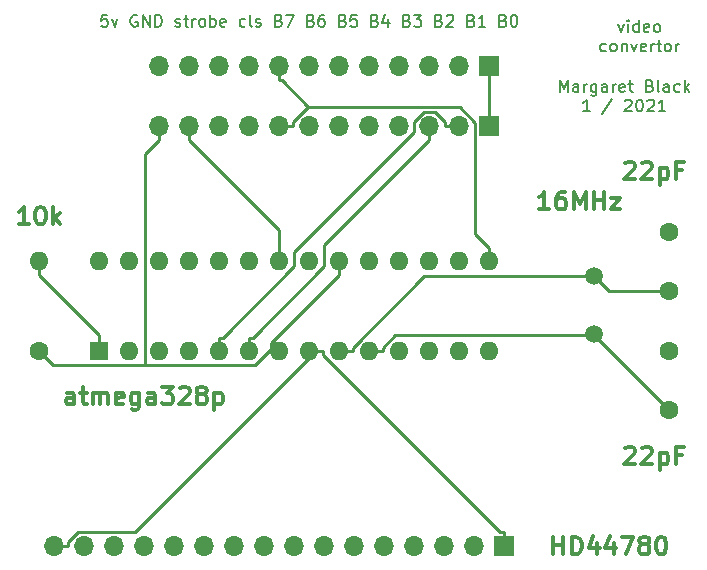
<source format=gbr>
%TF.GenerationSoftware,KiCad,Pcbnew,5.1.6-c6e7f7d~87~ubuntu16.04.1*%
%TF.CreationDate,2022-03-08T12:50:46-05:00*%
%TF.ProjectId,arduinovideo,61726475-696e-46f7-9669-64656f2e6b69,rev?*%
%TF.SameCoordinates,Original*%
%TF.FileFunction,Copper,L1,Top*%
%TF.FilePolarity,Positive*%
%FSLAX46Y46*%
G04 Gerber Fmt 4.6, Leading zero omitted, Abs format (unit mm)*
G04 Created by KiCad (PCBNEW 5.1.6-c6e7f7d~87~ubuntu16.04.1) date 2022-03-08 12:50:46*
%MOMM*%
%LPD*%
G01*
G04 APERTURE LIST*
%TA.AperFunction,NonConductor*%
%ADD10C,0.150000*%
%TD*%
%TA.AperFunction,NonConductor*%
%ADD11C,0.300000*%
%TD*%
%TA.AperFunction,ComponentPad*%
%ADD12C,1.500000*%
%TD*%
%TA.AperFunction,ComponentPad*%
%ADD13O,1.600000X1.600000*%
%TD*%
%TA.AperFunction,ComponentPad*%
%ADD14R,1.600000X1.600000*%
%TD*%
%TA.AperFunction,ComponentPad*%
%ADD15C,1.600000*%
%TD*%
%TA.AperFunction,ComponentPad*%
%ADD16O,1.700000X1.700000*%
%TD*%
%TA.AperFunction,ComponentPad*%
%ADD17R,1.700000X1.700000*%
%TD*%
%TA.AperFunction,Conductor*%
%ADD18C,0.250000*%
%TD*%
G04 APERTURE END LIST*
D10*
X47887619Y-7247380D02*
X47887619Y-6247380D01*
X48220952Y-6961666D01*
X48554285Y-6247380D01*
X48554285Y-7247380D01*
X49459047Y-7247380D02*
X49459047Y-6723571D01*
X49411428Y-6628333D01*
X49316190Y-6580714D01*
X49125714Y-6580714D01*
X49030476Y-6628333D01*
X49459047Y-7199761D02*
X49363809Y-7247380D01*
X49125714Y-7247380D01*
X49030476Y-7199761D01*
X48982857Y-7104523D01*
X48982857Y-7009285D01*
X49030476Y-6914047D01*
X49125714Y-6866428D01*
X49363809Y-6866428D01*
X49459047Y-6818809D01*
X49935238Y-7247380D02*
X49935238Y-6580714D01*
X49935238Y-6771190D02*
X49982857Y-6675952D01*
X50030476Y-6628333D01*
X50125714Y-6580714D01*
X50220952Y-6580714D01*
X50982857Y-6580714D02*
X50982857Y-7390238D01*
X50935238Y-7485476D01*
X50887619Y-7533095D01*
X50792380Y-7580714D01*
X50649523Y-7580714D01*
X50554285Y-7533095D01*
X50982857Y-7199761D02*
X50887619Y-7247380D01*
X50697142Y-7247380D01*
X50601904Y-7199761D01*
X50554285Y-7152142D01*
X50506666Y-7056904D01*
X50506666Y-6771190D01*
X50554285Y-6675952D01*
X50601904Y-6628333D01*
X50697142Y-6580714D01*
X50887619Y-6580714D01*
X50982857Y-6628333D01*
X51887619Y-7247380D02*
X51887619Y-6723571D01*
X51839999Y-6628333D01*
X51744761Y-6580714D01*
X51554285Y-6580714D01*
X51459047Y-6628333D01*
X51887619Y-7199761D02*
X51792380Y-7247380D01*
X51554285Y-7247380D01*
X51459047Y-7199761D01*
X51411428Y-7104523D01*
X51411428Y-7009285D01*
X51459047Y-6914047D01*
X51554285Y-6866428D01*
X51792380Y-6866428D01*
X51887619Y-6818809D01*
X52363809Y-7247380D02*
X52363809Y-6580714D01*
X52363809Y-6771190D02*
X52411428Y-6675952D01*
X52459047Y-6628333D01*
X52554285Y-6580714D01*
X52649523Y-6580714D01*
X53363809Y-7199761D02*
X53268571Y-7247380D01*
X53078095Y-7247380D01*
X52982857Y-7199761D01*
X52935238Y-7104523D01*
X52935238Y-6723571D01*
X52982857Y-6628333D01*
X53078095Y-6580714D01*
X53268571Y-6580714D01*
X53363809Y-6628333D01*
X53411428Y-6723571D01*
X53411428Y-6818809D01*
X52935238Y-6914047D01*
X53697142Y-6580714D02*
X54078095Y-6580714D01*
X53840000Y-6247380D02*
X53840000Y-7104523D01*
X53887619Y-7199761D01*
X53982857Y-7247380D01*
X54078095Y-7247380D01*
X55506666Y-6723571D02*
X55649523Y-6771190D01*
X55697142Y-6818809D01*
X55744761Y-6914047D01*
X55744761Y-7056904D01*
X55697142Y-7152142D01*
X55649523Y-7199761D01*
X55554285Y-7247380D01*
X55173333Y-7247380D01*
X55173333Y-6247380D01*
X55506666Y-6247380D01*
X55601904Y-6295000D01*
X55649523Y-6342619D01*
X55697142Y-6437857D01*
X55697142Y-6533095D01*
X55649523Y-6628333D01*
X55601904Y-6675952D01*
X55506666Y-6723571D01*
X55173333Y-6723571D01*
X56316190Y-7247380D02*
X56220952Y-7199761D01*
X56173333Y-7104523D01*
X56173333Y-6247380D01*
X57125714Y-7247380D02*
X57125714Y-6723571D01*
X57078095Y-6628333D01*
X56982857Y-6580714D01*
X56792380Y-6580714D01*
X56697142Y-6628333D01*
X57125714Y-7199761D02*
X57030476Y-7247380D01*
X56792380Y-7247380D01*
X56697142Y-7199761D01*
X56649523Y-7104523D01*
X56649523Y-7009285D01*
X56697142Y-6914047D01*
X56792380Y-6866428D01*
X57030476Y-6866428D01*
X57125714Y-6818809D01*
X58030476Y-7199761D02*
X57935238Y-7247380D01*
X57744761Y-7247380D01*
X57649523Y-7199761D01*
X57601904Y-7152142D01*
X57554285Y-7056904D01*
X57554285Y-6771190D01*
X57601904Y-6675952D01*
X57649523Y-6628333D01*
X57744761Y-6580714D01*
X57935238Y-6580714D01*
X58030476Y-6628333D01*
X58459047Y-7247380D02*
X58459047Y-6247380D01*
X58554285Y-6866428D02*
X58840000Y-7247380D01*
X58840000Y-6580714D02*
X58459047Y-6961666D01*
X50435238Y-8897380D02*
X49863809Y-8897380D01*
X50149523Y-8897380D02*
X50149523Y-7897380D01*
X50054285Y-8040238D01*
X49959047Y-8135476D01*
X49863809Y-8183095D01*
X52340000Y-7849761D02*
X51482857Y-9135476D01*
X53387619Y-7992619D02*
X53435238Y-7945000D01*
X53530476Y-7897380D01*
X53768571Y-7897380D01*
X53863809Y-7945000D01*
X53911428Y-7992619D01*
X53959047Y-8087857D01*
X53959047Y-8183095D01*
X53911428Y-8325952D01*
X53340000Y-8897380D01*
X53959047Y-8897380D01*
X54578095Y-7897380D02*
X54673333Y-7897380D01*
X54768571Y-7945000D01*
X54816190Y-7992619D01*
X54863809Y-8087857D01*
X54911428Y-8278333D01*
X54911428Y-8516428D01*
X54863809Y-8706904D01*
X54816190Y-8802142D01*
X54768571Y-8849761D01*
X54673333Y-8897380D01*
X54578095Y-8897380D01*
X54482857Y-8849761D01*
X54435238Y-8802142D01*
X54387619Y-8706904D01*
X54340000Y-8516428D01*
X54340000Y-8278333D01*
X54387619Y-8087857D01*
X54435238Y-7992619D01*
X54482857Y-7945000D01*
X54578095Y-7897380D01*
X55292380Y-7992619D02*
X55340000Y-7945000D01*
X55435238Y-7897380D01*
X55673333Y-7897380D01*
X55768571Y-7945000D01*
X55816190Y-7992619D01*
X55863809Y-8087857D01*
X55863809Y-8183095D01*
X55816190Y-8325952D01*
X55244761Y-8897380D01*
X55863809Y-8897380D01*
X56816190Y-8897380D02*
X56244761Y-8897380D01*
X56530476Y-8897380D02*
X56530476Y-7897380D01*
X56435238Y-8040238D01*
X56340000Y-8135476D01*
X56244761Y-8183095D01*
X52800476Y-1500714D02*
X53038571Y-2167380D01*
X53276666Y-1500714D01*
X53657619Y-2167380D02*
X53657619Y-1500714D01*
X53657619Y-1167380D02*
X53610000Y-1215000D01*
X53657619Y-1262619D01*
X53705238Y-1215000D01*
X53657619Y-1167380D01*
X53657619Y-1262619D01*
X54562380Y-2167380D02*
X54562380Y-1167380D01*
X54562380Y-2119761D02*
X54467142Y-2167380D01*
X54276666Y-2167380D01*
X54181428Y-2119761D01*
X54133809Y-2072142D01*
X54086190Y-1976904D01*
X54086190Y-1691190D01*
X54133809Y-1595952D01*
X54181428Y-1548333D01*
X54276666Y-1500714D01*
X54467142Y-1500714D01*
X54562380Y-1548333D01*
X55419523Y-2119761D02*
X55324285Y-2167380D01*
X55133809Y-2167380D01*
X55038571Y-2119761D01*
X54990952Y-2024523D01*
X54990952Y-1643571D01*
X55038571Y-1548333D01*
X55133809Y-1500714D01*
X55324285Y-1500714D01*
X55419523Y-1548333D01*
X55467142Y-1643571D01*
X55467142Y-1738809D01*
X54990952Y-1834047D01*
X56038571Y-2167380D02*
X55943333Y-2119761D01*
X55895714Y-2072142D01*
X55848095Y-1976904D01*
X55848095Y-1691190D01*
X55895714Y-1595952D01*
X55943333Y-1548333D01*
X56038571Y-1500714D01*
X56181428Y-1500714D01*
X56276666Y-1548333D01*
X56324285Y-1595952D01*
X56371904Y-1691190D01*
X56371904Y-1976904D01*
X56324285Y-2072142D01*
X56276666Y-2119761D01*
X56181428Y-2167380D01*
X56038571Y-2167380D01*
X51776666Y-3769761D02*
X51681428Y-3817380D01*
X51490952Y-3817380D01*
X51395714Y-3769761D01*
X51348095Y-3722142D01*
X51300476Y-3626904D01*
X51300476Y-3341190D01*
X51348095Y-3245952D01*
X51395714Y-3198333D01*
X51490952Y-3150714D01*
X51681428Y-3150714D01*
X51776666Y-3198333D01*
X52348095Y-3817380D02*
X52252857Y-3769761D01*
X52205238Y-3722142D01*
X52157619Y-3626904D01*
X52157619Y-3341190D01*
X52205238Y-3245952D01*
X52252857Y-3198333D01*
X52348095Y-3150714D01*
X52490952Y-3150714D01*
X52586190Y-3198333D01*
X52633809Y-3245952D01*
X52681428Y-3341190D01*
X52681428Y-3626904D01*
X52633809Y-3722142D01*
X52586190Y-3769761D01*
X52490952Y-3817380D01*
X52348095Y-3817380D01*
X53110000Y-3150714D02*
X53110000Y-3817380D01*
X53110000Y-3245952D02*
X53157619Y-3198333D01*
X53252857Y-3150714D01*
X53395714Y-3150714D01*
X53490952Y-3198333D01*
X53538571Y-3293571D01*
X53538571Y-3817380D01*
X53919523Y-3150714D02*
X54157619Y-3817380D01*
X54395714Y-3150714D01*
X55157619Y-3769761D02*
X55062380Y-3817380D01*
X54871904Y-3817380D01*
X54776666Y-3769761D01*
X54729047Y-3674523D01*
X54729047Y-3293571D01*
X54776666Y-3198333D01*
X54871904Y-3150714D01*
X55062380Y-3150714D01*
X55157619Y-3198333D01*
X55205238Y-3293571D01*
X55205238Y-3388809D01*
X54729047Y-3484047D01*
X55633809Y-3817380D02*
X55633809Y-3150714D01*
X55633809Y-3341190D02*
X55681428Y-3245952D01*
X55729047Y-3198333D01*
X55824285Y-3150714D01*
X55919523Y-3150714D01*
X56110000Y-3150714D02*
X56490952Y-3150714D01*
X56252857Y-2817380D02*
X56252857Y-3674523D01*
X56300476Y-3769761D01*
X56395714Y-3817380D01*
X56490952Y-3817380D01*
X56967142Y-3817380D02*
X56871904Y-3769761D01*
X56824285Y-3722142D01*
X56776666Y-3626904D01*
X56776666Y-3341190D01*
X56824285Y-3245952D01*
X56871904Y-3198333D01*
X56967142Y-3150714D01*
X57110000Y-3150714D01*
X57205238Y-3198333D01*
X57252857Y-3245952D01*
X57300476Y-3341190D01*
X57300476Y-3626904D01*
X57252857Y-3722142D01*
X57205238Y-3769761D01*
X57110000Y-3817380D01*
X56967142Y-3817380D01*
X57729047Y-3817380D02*
X57729047Y-3150714D01*
X57729047Y-3341190D02*
X57776666Y-3245952D01*
X57824285Y-3198333D01*
X57919523Y-3150714D01*
X58014761Y-3150714D01*
D11*
X53415714Y-37421428D02*
X53487142Y-37350000D01*
X53630000Y-37278571D01*
X53987142Y-37278571D01*
X54130000Y-37350000D01*
X54201428Y-37421428D01*
X54272857Y-37564285D01*
X54272857Y-37707142D01*
X54201428Y-37921428D01*
X53344285Y-38778571D01*
X54272857Y-38778571D01*
X54844285Y-37421428D02*
X54915714Y-37350000D01*
X55058571Y-37278571D01*
X55415714Y-37278571D01*
X55558571Y-37350000D01*
X55630000Y-37421428D01*
X55701428Y-37564285D01*
X55701428Y-37707142D01*
X55630000Y-37921428D01*
X54772857Y-38778571D01*
X55701428Y-38778571D01*
X56344285Y-37778571D02*
X56344285Y-39278571D01*
X56344285Y-37850000D02*
X56487142Y-37778571D01*
X56772857Y-37778571D01*
X56915714Y-37850000D01*
X56987142Y-37921428D01*
X57058571Y-38064285D01*
X57058571Y-38492857D01*
X56987142Y-38635714D01*
X56915714Y-38707142D01*
X56772857Y-38778571D01*
X56487142Y-38778571D01*
X56344285Y-38707142D01*
X58201428Y-37992857D02*
X57701428Y-37992857D01*
X57701428Y-38778571D02*
X57701428Y-37278571D01*
X58415714Y-37278571D01*
X53415714Y-13291428D02*
X53487142Y-13220000D01*
X53630000Y-13148571D01*
X53987142Y-13148571D01*
X54130000Y-13220000D01*
X54201428Y-13291428D01*
X54272857Y-13434285D01*
X54272857Y-13577142D01*
X54201428Y-13791428D01*
X53344285Y-14648571D01*
X54272857Y-14648571D01*
X54844285Y-13291428D02*
X54915714Y-13220000D01*
X55058571Y-13148571D01*
X55415714Y-13148571D01*
X55558571Y-13220000D01*
X55630000Y-13291428D01*
X55701428Y-13434285D01*
X55701428Y-13577142D01*
X55630000Y-13791428D01*
X54772857Y-14648571D01*
X55701428Y-14648571D01*
X56344285Y-13648571D02*
X56344285Y-15148571D01*
X56344285Y-13720000D02*
X56487142Y-13648571D01*
X56772857Y-13648571D01*
X56915714Y-13720000D01*
X56987142Y-13791428D01*
X57058571Y-13934285D01*
X57058571Y-14362857D01*
X56987142Y-14505714D01*
X56915714Y-14577142D01*
X56772857Y-14648571D01*
X56487142Y-14648571D01*
X56344285Y-14577142D01*
X58201428Y-13862857D02*
X57701428Y-13862857D01*
X57701428Y-14648571D02*
X57701428Y-13148571D01*
X58415714Y-13148571D01*
X46994285Y-17188571D02*
X46137142Y-17188571D01*
X46565714Y-17188571D02*
X46565714Y-15688571D01*
X46422857Y-15902857D01*
X46280000Y-16045714D01*
X46137142Y-16117142D01*
X48280000Y-15688571D02*
X47994285Y-15688571D01*
X47851428Y-15760000D01*
X47780000Y-15831428D01*
X47637142Y-16045714D01*
X47565714Y-16331428D01*
X47565714Y-16902857D01*
X47637142Y-17045714D01*
X47708571Y-17117142D01*
X47851428Y-17188571D01*
X48137142Y-17188571D01*
X48280000Y-17117142D01*
X48351428Y-17045714D01*
X48422857Y-16902857D01*
X48422857Y-16545714D01*
X48351428Y-16402857D01*
X48280000Y-16331428D01*
X48137142Y-16260000D01*
X47851428Y-16260000D01*
X47708571Y-16331428D01*
X47637142Y-16402857D01*
X47565714Y-16545714D01*
X49065714Y-17188571D02*
X49065714Y-15688571D01*
X49565714Y-16760000D01*
X50065714Y-15688571D01*
X50065714Y-17188571D01*
X50780000Y-17188571D02*
X50780000Y-15688571D01*
X50780000Y-16402857D02*
X51637142Y-16402857D01*
X51637142Y-17188571D02*
X51637142Y-15688571D01*
X52208571Y-16188571D02*
X52994285Y-16188571D01*
X52208571Y-17188571D01*
X52994285Y-17188571D01*
X2917142Y-18458571D02*
X2059999Y-18458571D01*
X2488571Y-18458571D02*
X2488571Y-16958571D01*
X2345714Y-17172857D01*
X2202857Y-17315714D01*
X2059999Y-17387142D01*
X3845714Y-16958571D02*
X3988571Y-16958571D01*
X4131428Y-17030000D01*
X4202857Y-17101428D01*
X4274285Y-17244285D01*
X4345714Y-17530000D01*
X4345714Y-17887142D01*
X4274285Y-18172857D01*
X4202857Y-18315714D01*
X4131428Y-18387142D01*
X3988571Y-18458571D01*
X3845714Y-18458571D01*
X3702857Y-18387142D01*
X3631428Y-18315714D01*
X3559999Y-18172857D01*
X3488571Y-17887142D01*
X3488571Y-17530000D01*
X3559999Y-17244285D01*
X3631428Y-17101428D01*
X3702857Y-17030000D01*
X3845714Y-16958571D01*
X4988571Y-18458571D02*
X4988571Y-16958571D01*
X5131428Y-17887142D02*
X5560000Y-18458571D01*
X5560000Y-17458571D02*
X4988571Y-18030000D01*
X6771428Y-33698571D02*
X6771428Y-32912857D01*
X6700000Y-32770000D01*
X6557142Y-32698571D01*
X6271428Y-32698571D01*
X6128571Y-32770000D01*
X6771428Y-33627142D02*
X6628571Y-33698571D01*
X6271428Y-33698571D01*
X6128571Y-33627142D01*
X6057142Y-33484285D01*
X6057142Y-33341428D01*
X6128571Y-33198571D01*
X6271428Y-33127142D01*
X6628571Y-33127142D01*
X6771428Y-33055714D01*
X7271428Y-32698571D02*
X7842857Y-32698571D01*
X7485714Y-32198571D02*
X7485714Y-33484285D01*
X7557142Y-33627142D01*
X7699999Y-33698571D01*
X7842857Y-33698571D01*
X8342857Y-33698571D02*
X8342857Y-32698571D01*
X8342857Y-32841428D02*
X8414285Y-32770000D01*
X8557142Y-32698571D01*
X8771428Y-32698571D01*
X8914285Y-32770000D01*
X8985714Y-32912857D01*
X8985714Y-33698571D01*
X8985714Y-32912857D02*
X9057142Y-32770000D01*
X9200000Y-32698571D01*
X9414285Y-32698571D01*
X9557142Y-32770000D01*
X9628571Y-32912857D01*
X9628571Y-33698571D01*
X10914285Y-33627142D02*
X10771428Y-33698571D01*
X10485714Y-33698571D01*
X10342857Y-33627142D01*
X10271428Y-33484285D01*
X10271428Y-32912857D01*
X10342857Y-32770000D01*
X10485714Y-32698571D01*
X10771428Y-32698571D01*
X10914285Y-32770000D01*
X10985714Y-32912857D01*
X10985714Y-33055714D01*
X10271428Y-33198571D01*
X12271428Y-32698571D02*
X12271428Y-33912857D01*
X12200000Y-34055714D01*
X12128571Y-34127142D01*
X11985714Y-34198571D01*
X11771428Y-34198571D01*
X11628571Y-34127142D01*
X12271428Y-33627142D02*
X12128571Y-33698571D01*
X11842857Y-33698571D01*
X11700000Y-33627142D01*
X11628571Y-33555714D01*
X11557142Y-33412857D01*
X11557142Y-32984285D01*
X11628571Y-32841428D01*
X11700000Y-32770000D01*
X11842857Y-32698571D01*
X12128571Y-32698571D01*
X12271428Y-32770000D01*
X13628571Y-33698571D02*
X13628571Y-32912857D01*
X13557142Y-32770000D01*
X13414285Y-32698571D01*
X13128571Y-32698571D01*
X12985714Y-32770000D01*
X13628571Y-33627142D02*
X13485714Y-33698571D01*
X13128571Y-33698571D01*
X12985714Y-33627142D01*
X12914285Y-33484285D01*
X12914285Y-33341428D01*
X12985714Y-33198571D01*
X13128571Y-33127142D01*
X13485714Y-33127142D01*
X13628571Y-33055714D01*
X14200000Y-32198571D02*
X15128571Y-32198571D01*
X14628571Y-32770000D01*
X14842857Y-32770000D01*
X14985714Y-32841428D01*
X15057142Y-32912857D01*
X15128571Y-33055714D01*
X15128571Y-33412857D01*
X15057142Y-33555714D01*
X14985714Y-33627142D01*
X14842857Y-33698571D01*
X14414285Y-33698571D01*
X14271428Y-33627142D01*
X14200000Y-33555714D01*
X15700000Y-32341428D02*
X15771428Y-32270000D01*
X15914285Y-32198571D01*
X16271428Y-32198571D01*
X16414285Y-32270000D01*
X16485714Y-32341428D01*
X16557142Y-32484285D01*
X16557142Y-32627142D01*
X16485714Y-32841428D01*
X15628571Y-33698571D01*
X16557142Y-33698571D01*
X17414285Y-32841428D02*
X17271428Y-32770000D01*
X17200000Y-32698571D01*
X17128571Y-32555714D01*
X17128571Y-32484285D01*
X17200000Y-32341428D01*
X17271428Y-32270000D01*
X17414285Y-32198571D01*
X17700000Y-32198571D01*
X17842857Y-32270000D01*
X17914285Y-32341428D01*
X17985714Y-32484285D01*
X17985714Y-32555714D01*
X17914285Y-32698571D01*
X17842857Y-32770000D01*
X17700000Y-32841428D01*
X17414285Y-32841428D01*
X17271428Y-32912857D01*
X17200000Y-32984285D01*
X17128571Y-33127142D01*
X17128571Y-33412857D01*
X17200000Y-33555714D01*
X17271428Y-33627142D01*
X17414285Y-33698571D01*
X17700000Y-33698571D01*
X17842857Y-33627142D01*
X17914285Y-33555714D01*
X17985714Y-33412857D01*
X17985714Y-33127142D01*
X17914285Y-32984285D01*
X17842857Y-32912857D01*
X17700000Y-32841428D01*
X18628571Y-32698571D02*
X18628571Y-34198571D01*
X18628571Y-32770000D02*
X18771428Y-32698571D01*
X19057142Y-32698571D01*
X19200000Y-32770000D01*
X19271428Y-32841428D01*
X19342857Y-32984285D01*
X19342857Y-33412857D01*
X19271428Y-33555714D01*
X19200000Y-33627142D01*
X19057142Y-33698571D01*
X18771428Y-33698571D01*
X18628571Y-33627142D01*
X47320000Y-46398571D02*
X47320000Y-44898571D01*
X47320000Y-45612857D02*
X48177142Y-45612857D01*
X48177142Y-46398571D02*
X48177142Y-44898571D01*
X48891428Y-46398571D02*
X48891428Y-44898571D01*
X49248571Y-44898571D01*
X49462857Y-44970000D01*
X49605714Y-45112857D01*
X49677142Y-45255714D01*
X49748571Y-45541428D01*
X49748571Y-45755714D01*
X49677142Y-46041428D01*
X49605714Y-46184285D01*
X49462857Y-46327142D01*
X49248571Y-46398571D01*
X48891428Y-46398571D01*
X51034285Y-45398571D02*
X51034285Y-46398571D01*
X50677142Y-44827142D02*
X50320000Y-45898571D01*
X51248571Y-45898571D01*
X52462857Y-45398571D02*
X52462857Y-46398571D01*
X52105714Y-44827142D02*
X51748571Y-45898571D01*
X52677142Y-45898571D01*
X53105714Y-44898571D02*
X54105714Y-44898571D01*
X53462857Y-46398571D01*
X54891428Y-45541428D02*
X54748571Y-45470000D01*
X54677142Y-45398571D01*
X54605714Y-45255714D01*
X54605714Y-45184285D01*
X54677142Y-45041428D01*
X54748571Y-44970000D01*
X54891428Y-44898571D01*
X55177142Y-44898571D01*
X55320000Y-44970000D01*
X55391428Y-45041428D01*
X55462857Y-45184285D01*
X55462857Y-45255714D01*
X55391428Y-45398571D01*
X55320000Y-45470000D01*
X55177142Y-45541428D01*
X54891428Y-45541428D01*
X54748571Y-45612857D01*
X54677142Y-45684285D01*
X54605714Y-45827142D01*
X54605714Y-46112857D01*
X54677142Y-46255714D01*
X54748571Y-46327142D01*
X54891428Y-46398571D01*
X55177142Y-46398571D01*
X55320000Y-46327142D01*
X55391428Y-46255714D01*
X55462857Y-46112857D01*
X55462857Y-45827142D01*
X55391428Y-45684285D01*
X55320000Y-45612857D01*
X55177142Y-45541428D01*
X56391428Y-44898571D02*
X56534285Y-44898571D01*
X56677142Y-44970000D01*
X56748571Y-45041428D01*
X56820000Y-45184285D01*
X56891428Y-45470000D01*
X56891428Y-45827142D01*
X56820000Y-46112857D01*
X56748571Y-46255714D01*
X56677142Y-46327142D01*
X56534285Y-46398571D01*
X56391428Y-46398571D01*
X56248571Y-46327142D01*
X56177142Y-46255714D01*
X56105714Y-46112857D01*
X56034285Y-45827142D01*
X56034285Y-45470000D01*
X56105714Y-45184285D01*
X56177142Y-45041428D01*
X56248571Y-44970000D01*
X56391428Y-44898571D01*
D10*
X9574761Y-722380D02*
X9098571Y-722380D01*
X9050952Y-1198571D01*
X9098571Y-1150952D01*
X9193809Y-1103333D01*
X9431904Y-1103333D01*
X9527142Y-1150952D01*
X9574761Y-1198571D01*
X9622380Y-1293809D01*
X9622380Y-1531904D01*
X9574761Y-1627142D01*
X9527142Y-1674761D01*
X9431904Y-1722380D01*
X9193809Y-1722380D01*
X9098571Y-1674761D01*
X9050952Y-1627142D01*
X9955714Y-1055714D02*
X10193809Y-1722380D01*
X10431904Y-1055714D01*
X12098571Y-770000D02*
X12003333Y-722380D01*
X11860476Y-722380D01*
X11717619Y-770000D01*
X11622380Y-865238D01*
X11574761Y-960476D01*
X11527142Y-1150952D01*
X11527142Y-1293809D01*
X11574761Y-1484285D01*
X11622380Y-1579523D01*
X11717619Y-1674761D01*
X11860476Y-1722380D01*
X11955714Y-1722380D01*
X12098571Y-1674761D01*
X12146190Y-1627142D01*
X12146190Y-1293809D01*
X11955714Y-1293809D01*
X12574761Y-1722380D02*
X12574761Y-722380D01*
X13146190Y-1722380D01*
X13146190Y-722380D01*
X13622380Y-1722380D02*
X13622380Y-722380D01*
X13860476Y-722380D01*
X14003333Y-770000D01*
X14098571Y-865238D01*
X14146190Y-960476D01*
X14193809Y-1150952D01*
X14193809Y-1293809D01*
X14146190Y-1484285D01*
X14098571Y-1579523D01*
X14003333Y-1674761D01*
X13860476Y-1722380D01*
X13622380Y-1722380D01*
X15336666Y-1674761D02*
X15431904Y-1722380D01*
X15622380Y-1722380D01*
X15717619Y-1674761D01*
X15765238Y-1579523D01*
X15765238Y-1531904D01*
X15717619Y-1436666D01*
X15622380Y-1389047D01*
X15479523Y-1389047D01*
X15384285Y-1341428D01*
X15336666Y-1246190D01*
X15336666Y-1198571D01*
X15384285Y-1103333D01*
X15479523Y-1055714D01*
X15622380Y-1055714D01*
X15717619Y-1103333D01*
X16050952Y-1055714D02*
X16431904Y-1055714D01*
X16193809Y-722380D02*
X16193809Y-1579523D01*
X16241428Y-1674761D01*
X16336666Y-1722380D01*
X16431904Y-1722380D01*
X16765238Y-1722380D02*
X16765238Y-1055714D01*
X16765238Y-1246190D02*
X16812857Y-1150952D01*
X16860476Y-1103333D01*
X16955714Y-1055714D01*
X17050952Y-1055714D01*
X17527142Y-1722380D02*
X17431904Y-1674761D01*
X17384285Y-1627142D01*
X17336666Y-1531904D01*
X17336666Y-1246190D01*
X17384285Y-1150952D01*
X17431904Y-1103333D01*
X17527142Y-1055714D01*
X17670000Y-1055714D01*
X17765238Y-1103333D01*
X17812857Y-1150952D01*
X17860476Y-1246190D01*
X17860476Y-1531904D01*
X17812857Y-1627142D01*
X17765238Y-1674761D01*
X17670000Y-1722380D01*
X17527142Y-1722380D01*
X18289047Y-1722380D02*
X18289047Y-722380D01*
X18289047Y-1103333D02*
X18384285Y-1055714D01*
X18574761Y-1055714D01*
X18670000Y-1103333D01*
X18717619Y-1150952D01*
X18765238Y-1246190D01*
X18765238Y-1531904D01*
X18717619Y-1627142D01*
X18670000Y-1674761D01*
X18574761Y-1722380D01*
X18384285Y-1722380D01*
X18289047Y-1674761D01*
X19574761Y-1674761D02*
X19479523Y-1722380D01*
X19289047Y-1722380D01*
X19193809Y-1674761D01*
X19146190Y-1579523D01*
X19146190Y-1198571D01*
X19193809Y-1103333D01*
X19289047Y-1055714D01*
X19479523Y-1055714D01*
X19574761Y-1103333D01*
X19622380Y-1198571D01*
X19622380Y-1293809D01*
X19146190Y-1389047D01*
X21241428Y-1674761D02*
X21146190Y-1722380D01*
X20955714Y-1722380D01*
X20860476Y-1674761D01*
X20812857Y-1627142D01*
X20765238Y-1531904D01*
X20765238Y-1246190D01*
X20812857Y-1150952D01*
X20860476Y-1103333D01*
X20955714Y-1055714D01*
X21146190Y-1055714D01*
X21241428Y-1103333D01*
X21812857Y-1722380D02*
X21717619Y-1674761D01*
X21670000Y-1579523D01*
X21670000Y-722380D01*
X22146190Y-1674761D02*
X22241428Y-1722380D01*
X22431904Y-1722380D01*
X22527142Y-1674761D01*
X22574761Y-1579523D01*
X22574761Y-1531904D01*
X22527142Y-1436666D01*
X22431904Y-1389047D01*
X22289047Y-1389047D01*
X22193809Y-1341428D01*
X22146190Y-1246190D01*
X22146190Y-1198571D01*
X22193809Y-1103333D01*
X22289047Y-1055714D01*
X22431904Y-1055714D01*
X22527142Y-1103333D01*
X24098571Y-1198571D02*
X24241428Y-1246190D01*
X24289047Y-1293809D01*
X24336666Y-1389047D01*
X24336666Y-1531904D01*
X24289047Y-1627142D01*
X24241428Y-1674761D01*
X24146190Y-1722380D01*
X23765238Y-1722380D01*
X23765238Y-722380D01*
X24098571Y-722380D01*
X24193809Y-770000D01*
X24241428Y-817619D01*
X24289047Y-912857D01*
X24289047Y-1008095D01*
X24241428Y-1103333D01*
X24193809Y-1150952D01*
X24098571Y-1198571D01*
X23765238Y-1198571D01*
X24670000Y-722380D02*
X25336666Y-722380D01*
X24908095Y-1722380D01*
X26812857Y-1198571D02*
X26955714Y-1246190D01*
X27003333Y-1293809D01*
X27050952Y-1389047D01*
X27050952Y-1531904D01*
X27003333Y-1627142D01*
X26955714Y-1674761D01*
X26860476Y-1722380D01*
X26479523Y-1722380D01*
X26479523Y-722380D01*
X26812857Y-722380D01*
X26908095Y-770000D01*
X26955714Y-817619D01*
X27003333Y-912857D01*
X27003333Y-1008095D01*
X26955714Y-1103333D01*
X26908095Y-1150952D01*
X26812857Y-1198571D01*
X26479523Y-1198571D01*
X27908095Y-722380D02*
X27717619Y-722380D01*
X27622380Y-770000D01*
X27574761Y-817619D01*
X27479523Y-960476D01*
X27431904Y-1150952D01*
X27431904Y-1531904D01*
X27479523Y-1627142D01*
X27527142Y-1674761D01*
X27622380Y-1722380D01*
X27812857Y-1722380D01*
X27908095Y-1674761D01*
X27955714Y-1627142D01*
X28003333Y-1531904D01*
X28003333Y-1293809D01*
X27955714Y-1198571D01*
X27908095Y-1150952D01*
X27812857Y-1103333D01*
X27622380Y-1103333D01*
X27527142Y-1150952D01*
X27479523Y-1198571D01*
X27431904Y-1293809D01*
X29527142Y-1198571D02*
X29669999Y-1246190D01*
X29717619Y-1293809D01*
X29765238Y-1389047D01*
X29765238Y-1531904D01*
X29717619Y-1627142D01*
X29669999Y-1674761D01*
X29574761Y-1722380D01*
X29193809Y-1722380D01*
X29193809Y-722380D01*
X29527142Y-722380D01*
X29622380Y-770000D01*
X29669999Y-817619D01*
X29717619Y-912857D01*
X29717619Y-1008095D01*
X29669999Y-1103333D01*
X29622380Y-1150952D01*
X29527142Y-1198571D01*
X29193809Y-1198571D01*
X30669999Y-722380D02*
X30193809Y-722380D01*
X30146190Y-1198571D01*
X30193809Y-1150952D01*
X30289047Y-1103333D01*
X30527142Y-1103333D01*
X30622380Y-1150952D01*
X30669999Y-1198571D01*
X30717619Y-1293809D01*
X30717619Y-1531904D01*
X30669999Y-1627142D01*
X30622380Y-1674761D01*
X30527142Y-1722380D01*
X30289047Y-1722380D01*
X30193809Y-1674761D01*
X30146190Y-1627142D01*
X32241428Y-1198571D02*
X32384285Y-1246190D01*
X32431904Y-1293809D01*
X32479523Y-1389047D01*
X32479523Y-1531904D01*
X32431904Y-1627142D01*
X32384285Y-1674761D01*
X32289047Y-1722380D01*
X31908095Y-1722380D01*
X31908095Y-722380D01*
X32241428Y-722380D01*
X32336666Y-770000D01*
X32384285Y-817619D01*
X32431904Y-912857D01*
X32431904Y-1008095D01*
X32384285Y-1103333D01*
X32336666Y-1150952D01*
X32241428Y-1198571D01*
X31908095Y-1198571D01*
X33336666Y-1055714D02*
X33336666Y-1722380D01*
X33098571Y-674761D02*
X32860476Y-1389047D01*
X33479523Y-1389047D01*
X34955714Y-1198571D02*
X35098571Y-1246190D01*
X35146190Y-1293809D01*
X35193809Y-1389047D01*
X35193809Y-1531904D01*
X35146190Y-1627142D01*
X35098571Y-1674761D01*
X35003333Y-1722380D01*
X34622380Y-1722380D01*
X34622380Y-722380D01*
X34955714Y-722380D01*
X35050952Y-770000D01*
X35098571Y-817619D01*
X35146190Y-912857D01*
X35146190Y-1008095D01*
X35098571Y-1103333D01*
X35050952Y-1150952D01*
X34955714Y-1198571D01*
X34622380Y-1198571D01*
X35527142Y-722380D02*
X36146190Y-722380D01*
X35812857Y-1103333D01*
X35955714Y-1103333D01*
X36050952Y-1150952D01*
X36098571Y-1198571D01*
X36146190Y-1293809D01*
X36146190Y-1531904D01*
X36098571Y-1627142D01*
X36050952Y-1674761D01*
X35955714Y-1722380D01*
X35669999Y-1722380D01*
X35574761Y-1674761D01*
X35527142Y-1627142D01*
X37669999Y-1198571D02*
X37812857Y-1246190D01*
X37860476Y-1293809D01*
X37908095Y-1389047D01*
X37908095Y-1531904D01*
X37860476Y-1627142D01*
X37812857Y-1674761D01*
X37717619Y-1722380D01*
X37336666Y-1722380D01*
X37336666Y-722380D01*
X37669999Y-722380D01*
X37765238Y-770000D01*
X37812857Y-817619D01*
X37860476Y-912857D01*
X37860476Y-1008095D01*
X37812857Y-1103333D01*
X37765238Y-1150952D01*
X37669999Y-1198571D01*
X37336666Y-1198571D01*
X38289047Y-817619D02*
X38336666Y-770000D01*
X38431904Y-722380D01*
X38669999Y-722380D01*
X38765238Y-770000D01*
X38812857Y-817619D01*
X38860476Y-912857D01*
X38860476Y-1008095D01*
X38812857Y-1150952D01*
X38241428Y-1722380D01*
X38860476Y-1722380D01*
X40384285Y-1198571D02*
X40527142Y-1246190D01*
X40574761Y-1293809D01*
X40622380Y-1389047D01*
X40622380Y-1531904D01*
X40574761Y-1627142D01*
X40527142Y-1674761D01*
X40431904Y-1722380D01*
X40050952Y-1722380D01*
X40050952Y-722380D01*
X40384285Y-722380D01*
X40479523Y-770000D01*
X40527142Y-817619D01*
X40574761Y-912857D01*
X40574761Y-1008095D01*
X40527142Y-1103333D01*
X40479523Y-1150952D01*
X40384285Y-1198571D01*
X40050952Y-1198571D01*
X41574761Y-1722380D02*
X41003333Y-1722380D01*
X41289047Y-1722380D02*
X41289047Y-722380D01*
X41193809Y-865238D01*
X41098571Y-960476D01*
X41003333Y-1008095D01*
X43098571Y-1198571D02*
X43241428Y-1246190D01*
X43289047Y-1293809D01*
X43336666Y-1389047D01*
X43336666Y-1531904D01*
X43289047Y-1627142D01*
X43241428Y-1674761D01*
X43146190Y-1722380D01*
X42765238Y-1722380D01*
X42765238Y-722380D01*
X43098571Y-722380D01*
X43193809Y-770000D01*
X43241428Y-817619D01*
X43289047Y-912857D01*
X43289047Y-1008095D01*
X43241428Y-1103333D01*
X43193809Y-1150952D01*
X43098571Y-1198571D01*
X42765238Y-1198571D01*
X43955714Y-722380D02*
X44050952Y-722380D01*
X44146190Y-770000D01*
X44193809Y-817619D01*
X44241428Y-912857D01*
X44289047Y-1103333D01*
X44289047Y-1341428D01*
X44241428Y-1531904D01*
X44193809Y-1627142D01*
X44146190Y-1674761D01*
X44050952Y-1722380D01*
X43955714Y-1722380D01*
X43860476Y-1674761D01*
X43812857Y-1627142D01*
X43765238Y-1531904D01*
X43717619Y-1341428D01*
X43717619Y-1103333D01*
X43765238Y-912857D01*
X43812857Y-817619D01*
X43860476Y-770000D01*
X43955714Y-722380D01*
D12*
%TO.P,Y1,2*%
%TO.N,Net-(C2-Pad2)*%
X50800000Y-27740000D03*
%TO.P,Y1,1*%
%TO.N,Net-(C1-Pad1)*%
X50800000Y-22860000D03*
%TD*%
D13*
%TO.P,U1,28*%
%TO.N,Net-(J3-Pad14)*%
X8890000Y-21590000D03*
%TO.P,U1,14*%
%TO.N,Net-(J1-Pad7)*%
X41910000Y-29210000D03*
%TO.P,U1,27*%
%TO.N,Net-(J3-Pad13)*%
X11430000Y-21590000D03*
%TO.P,U1,13*%
%TO.N,Net-(J1-Pad6)*%
X39370000Y-29210000D03*
%TO.P,U1,26*%
%TO.N,Net-(J3-Pad11)*%
X13970000Y-21590000D03*
%TO.P,U1,12*%
%TO.N,Net-(J1-Pad5)*%
X36830000Y-29210000D03*
%TO.P,U1,25*%
%TO.N,Net-(J3-Pad12)*%
X16510000Y-21590000D03*
%TO.P,U1,11*%
%TO.N,Net-(J1-Pad4)*%
X34290000Y-29210000D03*
%TO.P,U1,24*%
%TO.N,Net-(J1-Pad1)*%
X19050000Y-21590000D03*
%TO.P,U1,10*%
%TO.N,Net-(C2-Pad2)*%
X31750000Y-29210000D03*
%TO.P,U1,23*%
%TO.N,Net-(U1-Pad23)*%
X21590000Y-21590000D03*
%TO.P,U1,9*%
%TO.N,Net-(C1-Pad1)*%
X29210000Y-29210000D03*
%TO.P,U1,22*%
%TO.N,GND*%
X24130000Y-21590000D03*
%TO.P,U1,8*%
X26670000Y-29210000D03*
%TO.P,U1,21*%
%TO.N,Net-(U1-Pad21)*%
X26670000Y-21590000D03*
%TO.P,U1,7*%
%TO.N,+5V*%
X24130000Y-29210000D03*
%TO.P,U1,20*%
X29210000Y-21590000D03*
%TO.P,U1,6*%
%TO.N,Net-(J1-Pad3)*%
X21590000Y-29210000D03*
%TO.P,U1,19*%
%TO.N,Net-(J3-Pad3)*%
X31750000Y-21590000D03*
%TO.P,U1,5*%
%TO.N,Net-(J1-Pad2)*%
X19050000Y-29210000D03*
%TO.P,U1,18*%
%TO.N,Net-(J3-Pad4)*%
X34290000Y-21590000D03*
%TO.P,U1,4*%
%TO.N,Net-(J1-Pad10)*%
X16510000Y-29210000D03*
%TO.P,U1,17*%
%TO.N,Net-(J3-Pad5)*%
X36830000Y-21590000D03*
%TO.P,U1,3*%
%TO.N,Net-(U1-Pad3)*%
X13970000Y-29210000D03*
%TO.P,U1,16*%
%TO.N,Net-(J3-Pad6)*%
X39370000Y-21590000D03*
%TO.P,U1,2*%
%TO.N,Net-(U1-Pad2)*%
X11430000Y-29210000D03*
%TO.P,U1,15*%
%TO.N,Net-(J1-Pad8)*%
X41910000Y-21590000D03*
D14*
%TO.P,U1,1*%
%TO.N,Net-(R1-Pad2)*%
X8890000Y-29210000D03*
%TD*%
D13*
%TO.P,R1,2*%
%TO.N,Net-(R1-Pad2)*%
X3810000Y-21590000D03*
D15*
%TO.P,R1,1*%
%TO.N,+5V*%
X3810000Y-29210000D03*
%TD*%
D16*
%TO.P,J3,16*%
%TO.N,GND*%
X5080000Y-45720000D03*
%TO.P,J3,15*%
%TO.N,+5V*%
X7620000Y-45720000D03*
%TO.P,J3,14*%
%TO.N,Net-(J3-Pad14)*%
X10160000Y-45720000D03*
%TO.P,J3,13*%
%TO.N,Net-(J3-Pad13)*%
X12700000Y-45720000D03*
%TO.P,J3,12*%
%TO.N,Net-(J3-Pad12)*%
X15240000Y-45720000D03*
%TO.P,J3,11*%
%TO.N,Net-(J3-Pad11)*%
X17780000Y-45720000D03*
%TO.P,J3,10*%
%TO.N,Net-(J3-Pad10)*%
X20320000Y-45720000D03*
%TO.P,J3,9*%
%TO.N,Net-(J3-Pad9)*%
X22860000Y-45720000D03*
%TO.P,J3,8*%
%TO.N,Net-(J3-Pad8)*%
X25400000Y-45720000D03*
%TO.P,J3,7*%
%TO.N,Net-(J3-Pad7)*%
X27940000Y-45720000D03*
%TO.P,J3,6*%
%TO.N,Net-(J3-Pad6)*%
X30480000Y-45720000D03*
%TO.P,J3,5*%
%TO.N,Net-(J3-Pad5)*%
X33020000Y-45720000D03*
%TO.P,J3,4*%
%TO.N,Net-(J3-Pad4)*%
X35560000Y-45720000D03*
%TO.P,J3,3*%
%TO.N,Net-(J3-Pad3)*%
X38100000Y-45720000D03*
%TO.P,J3,2*%
%TO.N,+5V*%
X40640000Y-45720000D03*
D17*
%TO.P,J3,1*%
%TO.N,GND*%
X43180000Y-45720000D03*
%TD*%
D16*
%TO.P,J2,12*%
%TO.N,+5V*%
X13970000Y-10160000D03*
%TO.P,J2,11*%
%TO.N,GND*%
X16510000Y-10160000D03*
%TO.P,J2,10*%
%TO.N,Net-(J1-Pad10)*%
X19050000Y-10160000D03*
%TO.P,J2,9*%
%TO.N,Net-(J1-Pad9)*%
X21590000Y-10160000D03*
%TO.P,J2,8*%
%TO.N,Net-(J1-Pad8)*%
X24130000Y-10160000D03*
%TO.P,J2,7*%
%TO.N,Net-(J1-Pad7)*%
X26670000Y-10160000D03*
%TO.P,J2,6*%
%TO.N,Net-(J1-Pad6)*%
X29210000Y-10160000D03*
%TO.P,J2,5*%
%TO.N,Net-(J1-Pad5)*%
X31750000Y-10160000D03*
%TO.P,J2,4*%
%TO.N,Net-(J1-Pad4)*%
X34290000Y-10160000D03*
%TO.P,J2,3*%
%TO.N,Net-(J1-Pad3)*%
X36830000Y-10160000D03*
%TO.P,J2,2*%
%TO.N,Net-(J1-Pad2)*%
X39370000Y-10160000D03*
D17*
%TO.P,J2,1*%
%TO.N,Net-(J1-Pad1)*%
X41910000Y-10160000D03*
%TD*%
D16*
%TO.P,J1,12*%
%TO.N,+5V*%
X13970000Y-5080000D03*
%TO.P,J1,11*%
%TO.N,GND*%
X16510000Y-5080000D03*
%TO.P,J1,10*%
%TO.N,Net-(J1-Pad10)*%
X19050000Y-5080000D03*
%TO.P,J1,9*%
%TO.N,Net-(J1-Pad9)*%
X21590000Y-5080000D03*
%TO.P,J1,8*%
%TO.N,Net-(J1-Pad8)*%
X24130000Y-5080000D03*
%TO.P,J1,7*%
%TO.N,Net-(J1-Pad7)*%
X26670000Y-5080000D03*
%TO.P,J1,6*%
%TO.N,Net-(J1-Pad6)*%
X29210000Y-5080000D03*
%TO.P,J1,5*%
%TO.N,Net-(J1-Pad5)*%
X31750000Y-5080000D03*
%TO.P,J1,4*%
%TO.N,Net-(J1-Pad4)*%
X34290000Y-5080000D03*
%TO.P,J1,3*%
%TO.N,Net-(J1-Pad3)*%
X36830000Y-5080000D03*
%TO.P,J1,2*%
%TO.N,Net-(J1-Pad2)*%
X39370000Y-5080000D03*
D17*
%TO.P,J1,1*%
%TO.N,Net-(J1-Pad1)*%
X41910000Y-5080000D03*
%TD*%
D15*
%TO.P,C2,2*%
%TO.N,Net-(C2-Pad2)*%
X57150000Y-34210000D03*
%TO.P,C2,1*%
%TO.N,GND*%
X57150000Y-29210000D03*
%TD*%
%TO.P,C1,2*%
%TO.N,GND*%
X57150000Y-19130000D03*
%TO.P,C1,1*%
%TO.N,Net-(C1-Pad1)*%
X57150000Y-24130000D03*
%TD*%
D18*
%TO.N,GND*%
X5080000Y-45720000D02*
X6255300Y-45720000D01*
X27232700Y-29210000D02*
X11898000Y-44544700D01*
X11898000Y-44544700D02*
X7063200Y-44544700D01*
X7063200Y-44544700D02*
X6255300Y-45352600D01*
X6255300Y-45352600D02*
X6255300Y-45720000D01*
X27232700Y-29210000D02*
X27795300Y-29210000D01*
X26670000Y-29210000D02*
X27232700Y-29210000D01*
X43180000Y-45720000D02*
X43180000Y-44544700D01*
X43180000Y-44544700D02*
X42848700Y-44544700D01*
X42848700Y-44544700D02*
X27795300Y-29491300D01*
X27795300Y-29491300D02*
X27795300Y-29210000D01*
X16510000Y-10160000D02*
X16510000Y-11335300D01*
X24130000Y-21590000D02*
X24130000Y-18955300D01*
X24130000Y-18955300D02*
X16510000Y-11335300D01*
%TO.N,Net-(C1-Pad1)*%
X29210000Y-29210000D02*
X30335300Y-29210000D01*
X30335300Y-29210000D02*
X30335300Y-28928700D01*
X30335300Y-28928700D02*
X36404000Y-22860000D01*
X36404000Y-22860000D02*
X50800000Y-22860000D01*
X57150000Y-24130000D02*
X52070000Y-24130000D01*
X52070000Y-24130000D02*
X50800000Y-22860000D01*
%TO.N,Net-(C2-Pad2)*%
X50800000Y-27860000D02*
X50800000Y-27740000D01*
X57150000Y-34210000D02*
X50800000Y-27860000D01*
X50800000Y-27860000D02*
X33944000Y-27860000D01*
X33944000Y-27860000D02*
X32875300Y-28928700D01*
X32875300Y-28928700D02*
X32875300Y-29210000D01*
X31750000Y-29210000D02*
X32875300Y-29210000D01*
%TO.N,+5V*%
X12779400Y-30335300D02*
X4935300Y-30335300D01*
X4935300Y-30335300D02*
X3810000Y-29210000D01*
X23395200Y-28943900D02*
X23395200Y-28996400D01*
X23395200Y-28996400D02*
X22056300Y-30335300D01*
X22056300Y-30335300D02*
X12779400Y-30335300D01*
X13970000Y-11335300D02*
X12779400Y-12525900D01*
X12779400Y-12525900D02*
X12779400Y-30335300D01*
X13970000Y-10160000D02*
X13970000Y-11335300D01*
X23395200Y-28943900D02*
X23395200Y-28530100D01*
X23395200Y-28530100D02*
X29210000Y-22715300D01*
X23395200Y-29210000D02*
X23395200Y-28943900D01*
X29210000Y-21590000D02*
X29210000Y-22715300D01*
X24130000Y-29210000D02*
X23395200Y-29210000D01*
%TO.N,Net-(J1-Pad8)*%
X24130000Y-5080000D02*
X24130000Y-6255300D01*
X26585200Y-8512800D02*
X25305300Y-9792700D01*
X25305300Y-9792700D02*
X25305300Y-10160000D01*
X41910000Y-20464700D02*
X40734600Y-19289300D01*
X40734600Y-19289300D02*
X40734600Y-9855900D01*
X40734600Y-9855900D02*
X39391500Y-8512800D01*
X39391500Y-8512800D02*
X26585200Y-8512800D01*
X24130000Y-6255300D02*
X24327700Y-6255300D01*
X24327700Y-6255300D02*
X26585200Y-8512800D01*
X41910000Y-21590000D02*
X41910000Y-20464700D01*
X24130000Y-10160000D02*
X25305300Y-10160000D01*
%TO.N,Net-(J1-Pad3)*%
X21590000Y-29210000D02*
X21590000Y-28084700D01*
X36830000Y-10160000D02*
X36830000Y-11335300D01*
X36830000Y-11335300D02*
X27940000Y-20225300D01*
X27940000Y-20225300D02*
X27940000Y-22016000D01*
X27940000Y-22016000D02*
X21871300Y-28084700D01*
X21871300Y-28084700D02*
X21590000Y-28084700D01*
%TO.N,Net-(J1-Pad2)*%
X19050000Y-29210000D02*
X19050000Y-28084700D01*
X39370000Y-10160000D02*
X38194700Y-10160000D01*
X38194700Y-10160000D02*
X38194700Y-9830400D01*
X38194700Y-9830400D02*
X37327400Y-8963100D01*
X37327400Y-8963100D02*
X36346400Y-8963100D01*
X36346400Y-8963100D02*
X35560000Y-9749500D01*
X35560000Y-9749500D02*
X35560000Y-10598700D01*
X35560000Y-10598700D02*
X25400000Y-20758700D01*
X25400000Y-20758700D02*
X25400000Y-22016000D01*
X25400000Y-22016000D02*
X19331300Y-28084700D01*
X19331300Y-28084700D02*
X19050000Y-28084700D01*
%TO.N,Net-(J1-Pad1)*%
X41910000Y-5080000D02*
X41910000Y-10160000D01*
%TO.N,Net-(R1-Pad2)*%
X3810000Y-21590000D02*
X3810000Y-22715300D01*
X3810000Y-22715300D02*
X8890000Y-27795300D01*
X8890000Y-27795300D02*
X8890000Y-29210000D01*
%TD*%
M02*

</source>
